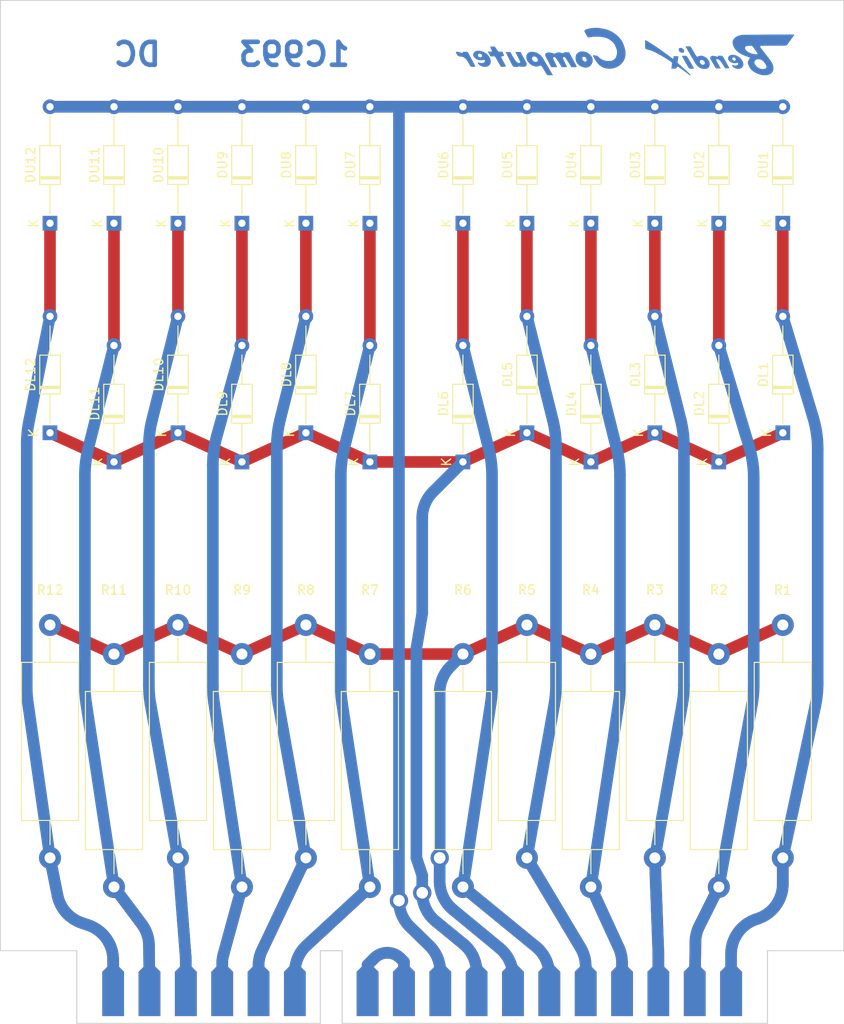
<source format=kicad_pcb>
(kicad_pcb (version 20211014) (generator pcbnew)
  (layers (0 "F.Cu" signal) (31 "B.Cu" signal) (34 "B.Paste" user) (35 "F.Paste" user) (36 "B.SilkS" user "B.Silkscreen") (37 "F.SilkS" user "F.Silkscreen") (38 "B.Mask" user) (39 "F.Mask" user) (44 "Edge.Cuts" user))
  (net 0 "")
  (net 1 "/+100V")
  (net 2 "GND")
  (net 3 "/CL_{1}")
  (net 4 "/CL_{2}")
  (net 5 "/CL_{3}")
  (net 6 "/CL_{4}")
  (net 7 "/CL_{5}")
  (net 8 "/CL_{6}")
  (net 9 "/CL_{7}")
  (net 10 "/CL_{8}")
  (net 11 "/CL_{9}")
  (net 12 "/CL_{10}")
  (net 13 "/CL_{11}")
  (net 14 "/CL_{12}")
  (net 15 "/-20V")
  (net 16 "Net-(J1-Pada10)")
  (net 17 "Net-(J1-Padb10)")
  (footprint "Resistor_THT:R_Axial_DIN0617_L17.0mm_D6.0mm_P25.40mm_Horizontal" (layer "F.Cu") (at 126.365 146.685 90)
    (fp_text reference "R9")
    (fp_text value "39K 1W 5%")
  )
  (footprint "Diode_THT:D_DO-35_SOD27_P12.70mm_Horizontal" (layer "F.Cu") (at 140.335 100.33 90)
    (fp_text reference "DL7")
    (fp_text value "1N4007")
  )
  (footprint "Diode_THT:D_DO-35_SOD27_P12.70mm_Horizontal" (layer "F.Cu") (at 119.38 97.155 90)
    (fp_text reference "DL10")
    (fp_text value "1N4007")
  )
  (footprint "Diode_THT:D_DO-35_SOD27_P12.70mm_Horizontal" (layer "F.Cu") (at 164.465 74.295 90)
    (fp_text reference "DU4")
    (fp_text value "1N4007")
  )
  (footprint "Diode_THT:D_DO-35_SOD27_P12.70mm_Horizontal" (layer "F.Cu") (at 164.465 100.33 90)
    (fp_text reference "DL4")
    (fp_text value "1N4007")
  )
  (footprint "Resistor_THT:R_Axial_DIN0617_L17.0mm_D6.0mm_P25.40mm_Horizontal" (layer "F.Cu") (at 105.41 143.51 90)
    (fp_text reference "R12")
    (fp_text value "39K 1W 5%")
  )
  (footprint "Diode_THT:D_DO-35_SOD27_P12.70mm_Horizontal" (layer "F.Cu") (at 171.45 74.295 90)
    (fp_text reference "DU3")
    (fp_text value "1N4007")
  )
  (footprint "Diode_THT:D_DO-35_SOD27_P12.70mm_Horizontal" (layer "F.Cu") (at 126.365 74.295 90)
    (fp_text reference "DU9")
    (fp_text value "1N4007")
  )
  (footprint "Resistor_THT:R_Axial_DIN0617_L17.0mm_D6.0mm_P25.40mm_Horizontal" (layer "F.Cu") (at 140.335 146.685 90)
    (fp_text reference "R7")
    (fp_text value "39K 1W 5%")
  )
  (footprint "Diode_THT:D_DO-35_SOD27_P12.70mm_Horizontal" (layer "F.Cu") (at 105.41 74.295 90)
    (fp_text reference "DU12")
    (fp_text value "1N4007")
  )
  (footprint "Resistor_THT:R_Axial_DIN0617_L17.0mm_D6.0mm_P25.40mm_Horizontal" (layer "F.Cu") (at 171.45 143.51 90)
    (fp_text reference "R3")
    (fp_text value "39K 1W 5%")
  )
  (footprint "Diode_THT:D_DO-35_SOD27_P12.70mm_Horizontal" (layer "F.Cu") (at 171.45 97.155 90)
    (fp_text reference "DL3")
    (fp_text value "1N4007")
  )
  (footprint "Diode_THT:D_DO-35_SOD27_P12.70mm_Horizontal" (layer "F.Cu") (at 178.435 74.295 90)
    (fp_text reference "DU2")
    (fp_text value "1N4007")
  )
  (footprint "Diode_THT:D_DO-35_SOD27_P12.70mm_Horizontal" (layer "F.Cu") (at 185.42 74.295 90)
    (fp_text reference "DU1")
    (fp_text value "1N4007")
  )
  (footprint "Diode_THT:D_DO-35_SOD27_P12.70mm_Horizontal" (layer "F.Cu") (at 133.35 97.155 90)
    (fp_text reference "DL8")
    (fp_text value "1N4007")
  )
  (footprint "Diode_THT:D_DO-35_SOD27_P12.70mm_Horizontal" (layer "F.Cu") (at 150.495 74.295 90)
    (fp_text reference "DU6")
    (fp_text value "1N4007")
  )
  (footprint "Resistor_THT:R_Axial_DIN0617_L17.0mm_D6.0mm_P25.40mm_Horizontal" (layer "F.Cu") (at 119.38 143.51 90)
    (fp_text reference "R10")
    (fp_text value "39K 1W 5%")
  )
  (footprint "Resistor_THT:R_Axial_DIN0617_L17.0mm_D6.0mm_P25.40mm_Horizontal" (layer "F.Cu") (at 185.42 143.51 90)
    (fp_text reference "R1")
    (fp_text value "39K 1W 5%")
  )
  (footprint "Resistor_THT:R_Axial_DIN0617_L17.0mm_D6.0mm_P25.40mm_Horizontal" (layer "F.Cu") (at 112.395 146.685 90)
    (fp_text reference "R11")
    (fp_text value "39K 1W 5%")
  )
  (footprint "Diode_THT:D_DO-35_SOD27_P12.70mm_Horizontal" (layer "F.Cu") (at 119.38 74.295 90)
    (fp_text reference "DU10")
    (fp_text value "1N4007")
  )
  (footprint "Bendix_G15:Card_Edge_N_Key" (layer "F.Cu") (at 146.0375 153.632)
    (fp_text reference "J1")
    (fp_text value "Conn_02x18_Row_Letter_First")
    (fp_line (start -37.703125 7.9375) (end -37.703125 0) (layer "Edge.Cuts") (width 0.12))
    (fp_line (start -11.1125 7.9375) (end -37.703125 7.9375) (layer "Edge.Cuts") (width 0.12))
    (fp_line (start 37.703125 7.9375) (end -8.73125 7.9375) (layer "Edge.Cuts") (width 0.12))
    (fp_line (start -11.1125 0) (end -11.1125 7.9375) (layer "Edge.Cuts") (width 0.12))
    (fp_line (start 37.703125 0) (end 37.703125 7.9375) (layer "Edge.Cuts") (width 0.12))
    (fp_line (start -8.73125 7.9375) (end -8.73125 0) (layer "Edge.Cuts") (width 0.12))
    (fp_line (start -8.73125 0) (end -11.1125 0) (layer "Edge.Cuts") (width 0.12))
  )
  (footprint "Resistor_THT:R_Axial_DIN0617_L17.0mm_D6.0mm_P25.40mm_Horizontal" (layer "F.Cu") (at 150.495 146.685 90)
    (fp_text reference "R6")
    (fp_text value "39K 1W 5%")
  )
  (footprint "Diode_THT:D_DO-35_SOD27_P12.70mm_Horizontal" (layer "F.Cu") (at 112.395 74.295 90)
    (fp_text reference "DU11")
    (fp_text value "1N4007")
  )
  (footprint "Diode_THT:D_DO-35_SOD27_P12.70mm_Horizontal" (layer "F.Cu") (at 133.35 74.295 90)
    (fp_text reference "DU8")
    (fp_text value "1N4007")
  )
  (footprint "Resistor_THT:R_Axial_DIN0617_L17.0mm_D6.0mm_P25.40mm_Horizontal" (layer "F.Cu") (at 164.465 146.685 90)
    (fp_text reference "R4")
    (fp_text value "39K 1W 5%")
  )
  (footprint "Diode_THT:D_DO-35_SOD27_P12.70mm_Horizontal" (layer "F.Cu") (at 126.365 100.33 90)
    (fp_text reference "DL9")
    (fp_text value "1N4007")
  )
  (footprint "Diode_THT:D_DO-35_SOD27_P12.70mm_Horizontal" (layer "F.Cu") (at 178.435 100.33 90)
    (fp_text reference "DL2")
    (fp_text value "1N4007")
  )
  (footprint "Diode_THT:D_DO-35_SOD27_P12.70mm_Horizontal" (layer "F.Cu") (at 157.48 97.155 90)
    (fp_text reference "DL5")
    (fp_text value "1N4007")
  )
  (footprint "Diode_THT:D_DO-35_SOD27_P12.70mm_Horizontal" (layer "F.Cu") (at 140.335 74.295 90)
    (fp_text reference "DU7")
    (fp_text value "1N4007")
  )
  (footprint "Diode_THT:D_DO-35_SOD27_P12.70mm_Horizontal" (layer "F.Cu") (at 105.41 97.155 90)
    (fp_text reference "DL12")
    (fp_text value "1N4007")
  )
  (footprint "Resistor_THT:R_Axial_DIN0617_L17.0mm_D6.0mm_P25.40mm_Horizontal" (layer "F.Cu") (at 157.48 143.51 90)
    (fp_text reference "R5")
    (fp_text value "39K 1W 5%")
  )
  (footprint "Diode_THT:D_DO-35_SOD27_P12.70mm_Horizontal" (layer "F.Cu") (at 185.42 97.155 90)
    (fp_text reference "DL1")
    (fp_text value "1N4007")
  )
  (footprint "Resistor_THT:R_Axial_DIN0617_L17.0mm_D6.0mm_P25.40mm_Horizontal" (layer "F.Cu") (at 133.35 143.51 90)
    (fp_text reference "R8")
    (fp_text value "39K 1W 5%")
  )
  (footprint "Diode_THT:D_DO-35_SOD27_P12.70mm_Horizontal" (layer "F.Cu") (at 112.395 100.33 90)
    (fp_text reference "DL11")
    (fp_text value "1N4007")
  )
  (footprint "Diode_THT:D_DO-35_SOD27_P12.70mm_Horizontal" (layer "F.Cu") (at 150.495 100.33 90)
    (fp_text reference "DL6")
    (fp_text value "1N4007")
  )
  (footprint "Diode_THT:D_DO-35_SOD27_P12.70mm_Horizontal" (layer "F.Cu") (at 157.48 74.295 90)
    (fp_text reference "DU5")
    (fp_text value "1N4007")
  )
  (footprint "Resistor_THT:R_Axial_DIN0617_L17.0mm_D6.0mm_P25.40mm_Horizontal" (layer "F.Cu") (at 178.435 146.685 90)
    (fp_text reference "R2")
    (fp_text value "39K 1W 5%")
  )
  (footprint "LOGO" (layer "B.Cu") (at 178.435 55.88 180)
    (fp_text reference "G***" hide)
    (fp_text value "LOGO" hide)
  )
  (footprint "LOGO" (layer "B.Cu") (at 158.75 55.245 180)
    (fp_text reference "G***" hide)
    (fp_text value "LOGO" hide)
  )
  (gr_line (start 100 50) (end 192.075 50) (layer "Edge.Cuts") (width 0.1))
  (gr_line (start 192.075 50) (end 192.075 153.632) (layer "Edge.Cuts") (width 0.1))
  (gr_line (start 108.334375 153.632) (end 100 153.632) (layer "Edge.Cuts") (width 0.1))
  (gr_line (start 100 50) (end 100 153.632) (layer "Edge.Cuts") (width 0.1))
  (gr_line (start 183.740625 153.632) (end 192.075 153.632) (layer "Edge.Cuts") (width 0.1))
  (gr_text "DC" (at 114.935 55.88) (layer "B.Cu") (effects (font (size 2.5 2.5) (thickness 0.5)) (justify mirror)))
  (gr_text "1C993" (at 132.08 55.88) (layer "B.Cu") (effects (font (size 2.5 2.5) (thickness 0.5)) (justify mirror)))
  (segment (start 164.465 121.285) (end 171.45 118.11) (width 1.27) (layer "F.Cu") (net 1))
  (segment (start 126.365 121.285) (end 133.35 118.11) (width 1.27) (layer "F.Cu") (net 1))
  (segment (start 155.959375 157.997625) (end 155.959375 156.441724) (width 1.27) (layer "F.Cu") (net 1))
  (segment (start 133.35 118.11) (end 140.335 121.285) (width 1.27) (layer "F.Cu") (net 1))
  (segment (start 140.335 121.285) (end 150.495 121.285) (width 1.27) (layer "F.Cu") (net 1))
  (segment (start 171.45 118.11) (end 178.435 121.285) (width 1.27) (layer "F.Cu") (net 1))
  (segment (start 150.495 121.285) (end 157.48 118.11) (width 1.27) (layer "F.Cu") (net 1))
  (segment (start 147.955 146.068901) (end 147.955 143.51) (width 1.27) (layer "F.Cu") (net 1))
  (segment (start 105.41 118.11) (end 112.395 121.285) (width 1.27) (layer "F.Cu") (net 1))
  (segment (start 154.504222 153.355666) (end 149.410153 149.154959) (width 1.27) (layer "F.Cu") (net 1))
  (segment (start 178.435 121.285) (end 185.42 118.11) (width 1.27) (layer "F.Cu") (net 1))
  (segment (start 119.38 118.11) (end 126.365 121.285) (width 1.27) (layer "F.Cu") (net 1))
  (segment (start 112.395 121.285) (end 119.38 118.11) (width 1.27) (layer "F.Cu") (net 1))
  (segment (start 157.48 118.11) (end 164.465 121.285) (width 1.27) (layer "F.Cu") (net 1))
  (via (at 147.955 143.51) (size 2) (drill 1.27) (layers "F.Cu" "B.Cu") (net 1))
  (arc (start 154.504222 153.355666) (mid 155.577343 154.735762) (end 155.959375 156.441724) (width 1.27) (layer "F.Cu") (net 1))
  (arc (start 149.410153 149.154959) (mid 148.337032 147.774863) (end 147.955 146.068901) (width 1.27) (layer "F.Cu") (net 1))
  (segment (start 155.959375 157.997625) (end 155.959375 156.441724) (width 1.27) (layer "B.Cu") (net 1))
  (segment (start 147.955 146.068901) (end 147.955 143.51) (width 1.27) (layer "B.Cu") (net 1))
  (segment (start 154.504222 153.355666) (end 149.410153 149.154959) (width 1.27) (layer "B.Cu") (net 1))
  (segment (start 149.126573 122.653427) (end 150.495 121.285) (width 1.27) (layer "B.Cu") (net 1))
  (segment (start 147.955 143.51) (end 147.955 125.481854) (width 1.27) (layer "B.Cu") (net 1))
  (arc (start 154.504222 153.355666) (mid 155.577343 154.735762) (end 155.959375 156.441724) (width 1.27) (layer "B.Cu") (net 1))
  (arc (start 149.410153 149.154959) (mid 148.337032 147.774863) (end 147.955 146.068901) (width 1.27) (layer "B.Cu") (net 1))
  (arc (start 147.955 125.481854) (mid 148.259482 123.95112) (end 149.126573 122.653427) (width 1.27) (layer "B.Cu") (net 1))
  (segment (start 164.465 100.33) (end 171.45 97.155) (width 1.27) (layer "F.Cu") (net 2))
  (segment (start 126.365 100.33) (end 133.35 97.155) (width 1.27) (layer "F.Cu") (net 2))
  (segment (start 157.48 97.155) (end 164.465 100.33) (width 1.27) (layer "F.Cu") (net 2))
  (segment (start 133.35 97.155) (end 140.335 100.33) (width 1.27) (layer "F.Cu") (net 2))
  (segment (start 171.45 97.155) (end 178.435 100.33) (width 1.27) (layer "F.Cu") (net 2))
  (segment (start 146.05 147.32) (end 146.05 147.327967) (width 1.27) (layer "F.Cu") (net 2))
  (segment (start 112.395 100.33) (end 119.38 97.155) (width 1.27) (layer "F.Cu") (net 2))
  (segment (start 178.435 100.33) (end 185.42 97.155) (width 1.27) (layer "F.Cu") (net 2))
  (segment (start 150.495 100.33) (end 157.48 97.155) (width 1.27) (layer "F.Cu") (net 2))
  (segment (start 147.518966 150.425364) (end 150.521659 152.879011) (width 1.27) (layer "F.Cu") (net 2))
  (segment (start 119.38 97.155) (end 126.365 100.33) (width 1.27) (layer "F.Cu") (net 2))
  (segment (start 105.41 97.155) (end 112.395 100.33) (width 1.27) (layer "F.Cu") (net 2))
  (segment (start 140.335 100.33) (end 150.495 100.33) (width 1.27) (layer "F.Cu") (net 2))
  (segment (start 151.990625 155.976408) (end 151.990625 157.997625) (width 1.27) (layer "F.Cu") (net 2))
  (via (at 146.05 147.32) (size 2) (drill 1.27) (layers "F.Cu" "B.Cu") (net 2))
  (arc (start 150.521659 152.879011) (mid 151.604773 154.262368) (end 151.990625 155.976408) (width 1.27) (layer "F.Cu") (net 2))
  (arc (start 146.05 147.327967) (mid 146.435852 149.042007) (end 147.518966 150.425364) (width 1.27) (layer "F.Cu") (net 2))
  (segment (start 145.415 143.51) (end 145.415 120.65) (width 1.27) (layer "B.Cu") (net 2))
  (segment (start 151.990625 155.976408) (end 151.990625 157.997625) (width 1.27) (layer "B.Cu") (net 2))
  (segment (start 146.05 145.415) (end 145.415 143.51) (width 1.27) (layer "B.Cu") (net 2))
  (segment (start 145.415 120.65) (end 146.05 116.84) (width 1.27) (layer "B.Cu") (net 2))
  (segment (start 147.518966 150.425364) (end 150.521659 152.879011) (width 1.27) (layer "B.Cu") (net 2))
  (segment (start 146.05 116.84) (end 146.05 106.431854) (width 1.27) (layer "B.Cu") (net 2))
  (segment (start 146.05 147.32) (end 146.05 145.415) (width 1.27) (layer "B.Cu") (net 2))
  (segment (start 147.221573 103.603427) (end 150.495 100.33) (width 1.27) (layer "B.Cu") (net 2))
  (segment (start 146.05 147.32) (end 146.05 147.327967) (width 1.27) (layer "B.Cu") (net 2))
  (arc (start 146.05 106.431854) (mid 146.354482 104.90112) (end 147.221573 103.603427) (width 1.27) (layer "B.Cu") (net 2))
  (arc (start 146.05 147.327967) (mid 146.435852 149.042007) (end 147.518966 150.425364) (width 1.27) (layer "B.Cu") (net 2))
  (arc (start 150.521659 152.879011) (mid 151.604773 154.262368) (end 151.990625 155.976408) (width 1.27) (layer "B.Cu") (net 2))
  (segment (start 179.771875 157.997625) (end 179.771875 154.002269) (width 1.27) (layer "F.Cu") (net 3))
  (segment (start 185.42 146.352731) (end 185.42 143.51) (width 1.27) (layer "F.Cu") (net 3))
  (segment (start 182.493509 150.212047) (end 182.698366 150.142953) (width 1.27) (layer "F.Cu") (net 3))
  (segment (start 185.42 84.455) (end 185.42 74.295) (width 1.27) (layer "F.Cu") (net 3))
  (arc (start 179.771875 154.002269) (mid 180.522763 151.669188) (end 182.493509 150.212047) (width 1.27) (layer "F.Cu") (net 3))
  (arc (start 185.42 146.352731) (mid 184.669112 148.685812) (end 182.698366 150.142953) (width 1.27) (layer "F.Cu") (net 3))
  (segment (start 179.771875 157.997625) (end 179.771875 154.002269) (width 1.27) (layer "B.Cu") (net 3))
  (segment (start 189.23 124.458716) (end 189.23 98.916226) (width 1.27) (layer "B.Cu") (net 3))
  (segment (start 185.42 143.51) (end 188.963629 126.973065) (width 1.27) (layer "B.Cu") (net 3))
  (segment (start 188.723915 95.468051) (end 185.42 84.455) (width 1.27) (layer "B.Cu") (net 3))
  (segment (start 182.493509 150.212047) (end 182.698366 150.142953) (width 1.27) (layer "B.Cu") (net 3))
  (segment (start 185.42 146.352731) (end 185.42 143.51) (width 1.27) (layer "B.Cu") (net 3))
  (arc (start 189.23 98.916226) (mid 189.102805 97.173668) (end 188.723915 95.468051) (width 1.27) (layer "B.Cu") (net 3))
  (arc (start 179.771875 154.002269) (mid 180.522763 151.669188) (end 182.493509 150.212047) (width 1.27) (layer "B.Cu") (net 3))
  (arc (start 185.42 146.352731) (mid 184.669112 148.685812) (end 182.698366 150.142953) (width 1.27) (layer "B.Cu") (net 3))
  (arc (start 189.23 124.458716) (mid 189.163221 125.722926) (end 188.963629 126.973065) (width 1.27) (layer "B.Cu") (net 3))
  (segment (start 175.803125 157.997625) (end 175.88154 152.678103) (width 1.27) (layer "F.Cu") (net 4))
  (segment (start 176.303397 150.948207) (end 178.435 146.685) (width 1.27) (layer "F.Cu") (net 4))
  (segment (start 178.435 74.295) (end 178.435 87.63) (width 1.27) (layer "F.Cu") (net 4))
  (arc (start 175.88154 152.678103) (mid 175.994988 151.789383) (end 176.303397 150.948207) (width 1.27) (layer "F.Cu") (net 4))
  (segment (start 176.303397 150.948207) (end 178.435 146.685) (width 1.27) (layer "B.Cu") (net 4))
  (segment (start 175.803125 157.997625) (end 175.88154 152.678103) (width 1.27) (layer "B.Cu") (net 4))
  (segment (start 178.435 146.685) (end 182.051439 126.794586) (width 1.27) (layer "B.Cu") (net 4))
  (segment (start 182.245 124.647961) (end 182.245 102.091226) (width 1.27) (layer "B.Cu") (net 4))
  (segment (start 181.738915 98.643051) (end 178.435 87.63) (width 1.27) (layer "B.Cu") (net 4))
  (arc (start 182.245 124.647961) (mid 182.196512 125.725628) (end 182.051439 126.794586) (width 1.27) (layer "B.Cu") (net 4))
  (arc (start 175.88154 152.678103) (mid 175.994988 151.789383) (end 176.303397 150.948207) (width 1.27) (layer "B.Cu") (net 4))
  (arc (start 181.738915 98.643051) (mid 182.117804 100.348668) (end 182.245 102.091226) (width 1.27) (layer "B.Cu") (net 4))
  (segment (start 171.45 74.295) (end 171.45 84.455) (width 1.27) (layer "F.Cu") (net 5))
  (segment (start 171.831651 153.846858) (end 171.45 143.51) (width 1.27) (layer "F.Cu") (net 5))
  (segment (start 171.834375 157.997625) (end 171.834375 153.994443) (width 1.27) (layer "F.Cu") (net 5))
  (segment (start 171.834375 157.997625) (end 171.834375 153.994443) (width 1.27) (layer "B.Cu") (net 5))
  (segment (start 174.26671 95.72184) (end 171.45 84.455) (width 1.27) (layer "B.Cu") (net 5))
  (segment (start 171.45 143.51) (end 174.438131 126.776467) (width 1.27) (layer "B.Cu") (net 5))
  (segment (start 174.625 124.666979) (end 174.625 98.632268) (width 1.27) (layer "B.Cu") (net 5))
  (segment (start 171.831651 153.846858) (end 171.45 143.51) (width 1.27) (layer "B.Cu") (net 5))
  (arc (start 171.831651 153.846858) (mid 171.833694 153.920638) (end 171.834375 153.994443) (width 1.27) (layer "B.Cu") (net 5))
  (arc (start 174.26671 95.72184) (mid 174.535091 97.166069) (end 174.625 98.632268) (width 1.27) (layer "B.Cu") (net 5))
  (arc (start 174.438131 126.776467) (mid 174.578192 125.725853) (end 174.625 124.666979) (width 1.27) (layer "B.Cu") (net 5))
  (segment (start 167.865625 157.997625) (end 167.865625 154.955078) (width 1.27) (layer "F.Cu") (net 6))
  (segment (start 167.499734 153.283775) (end 164.465 146.685) (width 1.27) (layer "F.Cu") (net 6))
  (segment (start 164.465 87.63) (end 164.465 74.295) (width 1.27) (layer "F.Cu") (net 6))
  (arc (start 167.499734 153.283775) (mid 167.773082 154.099635) (end 167.865625 154.955078) (width 1.27) (layer "F.Cu") (net 6))
  (segment (start 167.64 124.826068) (end 167.64 101.807268) (width 1.27) (layer "B.Cu") (net 6))
  (segment (start 167.499734 153.283775) (end 164.465 146.685) (width 1.27) (layer "B.Cu") (net 6))
  (segment (start 164.465 146.685) (end 167.504586 126.623733) (width 1.27) (layer "B.Cu") (net 6))
  (segment (start 167.865625 157.997625) (end 167.865625 154.955078) (width 1.27) (layer "B.Cu") (net 6))
  (segment (start 167.28171 98.89684) (end 164.465 87.63) (width 1.27) (layer "B.Cu") (net 6))
  (arc (start 167.64 124.826068) (mid 167.606099 125.727447) (end 167.504586 126.623733) (width 1.27) (layer "B.Cu") (net 6))
  (arc (start 167.64 101.807268) (mid 167.550091 100.341069) (end 167.28171 98.89684) (width 1.27) (layer "B.Cu") (net 6))
  (arc (start 167.499734 153.283775) (mid 167.773082 154.099635) (end 167.865625 154.955078) (width 1.27) (layer "B.Cu") (net 6))
  (segment (start 163.329667 153.289832) (end 157.48 143.51) (width 1.27) (layer "F.Cu") (net 7))
  (segment (start 163.896875 157.997625) (end 163.896875 155.343107) (width 1.27) (layer "F.Cu") (net 7))
  (segment (start 157.48 74.295) (end 157.48 84.455) (width 1.27) (layer "F.Cu") (net 7))
  (arc (start 163.329667 153.289832) (mid 163.752466 154.278017) (end 163.896875 155.343107) (width 1.27) (layer "F.Cu") (net 7))
  (segment (start 163.329667 153.289832) (end 157.48 143.51) (width 1.27) (layer "B.Cu") (net 7))
  (segment (start 160.29671 95.72184) (end 157.48 84.455) (width 1.27) (layer "B.Cu") (net 7))
  (segment (start 157.48 143.51) (end 160.468131 126.776467) (width 1.27) (layer "B.Cu") (net 7))
  (segment (start 160.655 124.666979) (end 160.655 98.632268) (width 1.27) (layer "B.Cu") (net 7))
  (segment (start 163.896875 157.997625) (end 163.896875 155.343107) (width 1.27) (layer "B.Cu") (net 7))
  (arc (start 160.29671 95.72184) (mid 160.565091 97.166069) (end 160.655 98.632268) (width 1.27) (layer "B.Cu") (net 7))
  (arc (start 163.329667 153.289832) (mid 163.752466 154.278017) (end 163.896875 155.343107) (width 1.27) (layer "B.Cu") (net 7))
  (arc (start 160.468131 126.776467) (mid 160.608192 125.725853) (end 160.655 124.666979) (width 1.27) (layer "B.Cu") (net 7))
  (segment (start 150.495 87.63) (end 150.495 74.295) (width 1.27) (layer "F.Cu") (net 8))
  (segment (start 158.459869 153.19653) (end 150.495 146.685) (width 1.27) (layer "F.Cu") (net 8))
  (segment (start 159.928125 157.997625) (end 159.928125 156.293346) (width 1.27) (layer "F.Cu") (net 8))
  (arc (start 159.928125 156.293346) (mid 159.54247 154.579721) (end 158.459869 153.19653) (width 1.27) (layer "F.Cu") (net 8))
  (segment (start 158.459869 153.19653) (end 150.495 146.685) (width 1.27) (layer "B.Cu") (net 8))
  (segment (start 153.31171 98.89684) (end 150.495 87.63) (width 1.27) (layer "B.Cu") (net 8))
  (segment (start 159.928125 157.997625) (end 159.928125 156.293346) (width 1.27) (layer "B.Cu") (net 8))
  (segment (start 153.67 124.826068) (end 153.67 101.807268) (width 1.27) (layer "B.Cu") (net 8))
  (segment (start 150.495 146.685) (end 153.534586 126.623733) (width 1.27) (layer "B.Cu") (net 8))
  (arc (start 153.67 101.807268) (mid 153.580091 100.341069) (end 153.31171 98.89684) (width 1.27) (layer "B.Cu") (net 8))
  (arc (start 153.67 124.826068) (mid 153.636099 125.727447) (end 153.534586 126.623733) (width 1.27) (layer "B.Cu") (net 8))
  (arc (start 159.928125 156.293346) (mid 159.54247 154.579721) (end 158.459869 153.19653) (width 1.27) (layer "B.Cu") (net 8))
  (segment (start 140.335 74.295) (end 140.335 87.63) (width 1.27) (layer "F.Cu") (net 9))
  (segment (start 133.434752 153.050125) (end 140.335 146.685) (width 1.27) (layer "F.Cu") (net 9))
  (segment (start 132.146875 157.997625) (end 132.146875 155.990259) (width 1.27) (layer "F.Cu") (net 9))
  (arc (start 132.146875 155.990259) (mid 132.482964 154.385343) (end 133.434752 153.050125) (width 1.27) (layer "F.Cu") (net 9))
  (segment (start 133.434752 153.050125) (end 140.335 146.685) (width 1.27) (layer "B.Cu") (net 9))
  (segment (start 140.335 146.685) (end 137.295414 126.623733) (width 1.27) (layer "B.Cu") (net 9))
  (segment (start 137.16 124.826068) (end 137.16 101.807268) (width 1.27) (layer "B.Cu") (net 9))
  (segment (start 132.146875 157.997625) (end 132.146875 155.990259) (width 1.27) (layer "B.Cu") (net 9))
  (segment (start 137.51829 98.89684) (end 140.335 87.63) (width 1.27) (layer "B.Cu") (net 9))
  (arc (start 132.146875 155.990259) (mid 132.482964 154.385343) (end 133.434752 153.050125) (width 1.27) (layer "B.Cu") (net 9))
  (arc (start 137.16 101.807268) (mid 137.249909 100.341069) (end 137.51829 98.89684) (width 1.27) (layer "B.Cu") (net 9))
  (arc (start 137.16 124.826068) (mid 137.193901 125.727447) (end 137.295414 126.623733) (width 1.27) (layer "B.Cu") (net 9))
  (segment (start 128.565093 153.582301) (end 133.35 143.51) (width 1.27) (layer "F.Cu") (net 10))
  (segment (start 133.35 84.455) (end 133.35 74.295) (width 1.27) (layer "F.Cu") (net 10))
  (segment (start 128.178125 157.997625) (end 128.178125 155.298693) (width 1.27) (layer "F.Cu") (net 10))
  (arc (start 128.178125 155.298693) (mid 128.276066 154.418956) (end 128.565093 153.582301) (width 1.27) (layer "F.Cu") (net 10))
  (segment (start 128.178125 157.997625) (end 128.178125 155.298693) (width 1.27) (layer "B.Cu") (net 10))
  (segment (start 130.53329 95.72184) (end 133.35 84.455) (width 1.27) (layer "B.Cu") (net 10))
  (segment (start 128.565093 153.582301) (end 133.35 143.51) (width 1.27) (layer "B.Cu") (net 10))
  (segment (start 133.35 143.51) (end 130.361869 126.776467) (width 1.27) (layer "B.Cu") (net 10))
  (segment (start 130.175 124.666979) (end 130.175 98.632268) (width 1.27) (layer "B.Cu") (net 10))
  (arc (start 128.178125 155.298693) (mid 128.276066 154.418956) (end 128.565093 153.582301) (width 1.27) (layer "B.Cu") (net 10))
  (arc (start 130.53329 95.72184) (mid 130.264909 97.166069) (end 130.175 98.632268) (width 1.27) (layer "B.Cu") (net 10))
  (arc (start 130.361869 126.776467) (mid 130.221808 125.725853) (end 130.175 124.666979) (width 1.27) (layer "B.Cu") (net 10))
  (segment (start 124.209375 157.997625) (end 124.209375 155.093486) (width 1.27) (layer "F.Cu") (net 11))
  (segment (start 126.365 74.295) (end 126.365 87.63) (width 1.27) (layer "F.Cu") (net 11))
  (segment (start 124.351453 154.036869) (end 126.365 146.685) (width 1.27) (layer "F.Cu") (net 11))
  (arc (start 124.351453 154.036869) (mid 124.245053 154.560423) (end 124.209375 155.093486) (width 1.27) (layer "F.Cu") (net 11))
  (segment (start 124.209375 157.997625) (end 124.209375 155.093486) (width 1.27) (layer "B.Cu") (net 11))
  (segment (start 123.627785 97.483974) (end 126.365 87.63) (width 1.27) (layer "B.Cu") (net 11))
  (segment (start 124.351453 154.036869) (end 126.365 146.685) (width 1.27) (layer "B.Cu") (net 11))
  (segment (start 126.365 146.685) (end 123.325414 126.623733) (width 1.27) (layer "B.Cu") (net 11))
  (segment (start 123.19 124.826068) (end 123.19 100.6957) (width 1.27) (layer "B.Cu") (net 11))
  (arc (start 124.351453 154.036869) (mid 124.245053 154.560423) (end 124.209375 155.093486) (width 1.27) (layer "B.Cu") (net 11))
  (arc (start 123.19 100.6957) (mid 123.29995 99.074987) (end 123.627785 97.483974) (width 1.27) (layer "B.Cu") (net 11))
  (arc (start 123.19 124.826068) (mid 123.223901 125.727447) (end 123.325414 126.623733) (width 1.27) (layer "B.Cu") (net 11))
  (segment (start 120.228484 154.375151) (end 119.38 143.51) (width 1.27) (layer "F.Cu") (net 12))
  (segment (start 120.240625 157.997625) (end 120.240625 154.686572) (width 1.27) (layer "F.Cu") (net 12))
  (segment (start 119.38 74.295) (end 119.38 84.455) (width 1.27) (layer "F.Cu") (net 12))
  (arc (start 120.228484 154.375151) (mid 120.237589 154.530743) (end 120.240625 154.686572) (width 1.27) (layer "F.Cu") (net 12))
  (segment (start 119.38 143.51) (end 116.391869 126.776467) (width 1.27) (layer "B.Cu") (net 12))
  (segment (start 116.205 124.666979) (end 116.205 98.632268) (width 1.27) (layer "B.Cu") (net 12))
  (segment (start 116.56329 95.72184) (end 119.38 84.455) (width 1.27) (layer "B.Cu") (net 12))
  (segment (start 120.240625 157.997625) (end 120.240625 154.686572) (width 1.27) (layer "B.Cu") (net 12))
  (segment (start 120.228484 154.375151) (end 119.38 143.51) (width 1.27) (layer "B.Cu") (net 12))
  (arc (start 116.391869 126.776467) (mid 116.251808 125.725853) (end 116.205 124.666979) (width 1.27) (layer "B.Cu") (net 12))
  (arc (start 116.205 98.632268) (mid 116.294909 97.166069) (end 116.56329 95.72184) (width 1.27) (layer "B.Cu") (net 12))
  (arc (start 120.228484 154.375151) (mid 120.237589 154.530743) (end 120.240625 154.686572) (width 1.27) (layer "B.Cu") (net 12))
  (segment (start 112.395 87.63) (end 112.395 74.295) (width 1.27) (layer "F.Cu") (net 13))
  (segment (start 116.271875 157.997625) (end 116.21905 153.074457) (width 1.27) (layer "F.Cu") (net 13))
  (segment (start 115.41928 150.717374) (end 112.395 146.685) (width 1.27) (layer "F.Cu") (net 13))
  (arc (start 115.41928 150.717374) (mid 116.007173 151.832124) (end 116.21905 153.074457) (width 1.27) (layer "F.Cu") (net 13))
  (segment (start 109.22 124.826068) (end 109.22 101.807268) (width 1.27) (layer "B.Cu") (net 13))
  (segment (start 115.41928 150.717374) (end 112.395 146.685) (width 1.27) (layer "B.Cu") (net 13))
  (segment (start 116.271875 157.997625) (end 116.21905 153.074457) (width 1.27) (layer "B.Cu") (net 13))
  (segment (start 112.395 146.685) (end 109.355414 126.623733) (width 1.27) (layer "B.Cu") (net 13))
  (segment (start 109.57829 98.89684) (end 112.395 87.63) (width 1.27) (layer "B.Cu") (net 13))
  (arc (start 109.355414 126.623733) (mid 109.253901 125.727447) (end 109.22 124.826068) (width 1.27) (layer "B.Cu") (net 13))
  (arc (start 109.22 101.807268) (mid 109.309909 100.341069) (end 109.57829 98.89684) (width 1.27) (layer "B.Cu") (net 13))
  (arc (start 115.41928 150.717374) (mid 116.007173 151.832124) (end 116.21905 153.074457) (width 1.27) (layer "B.Cu") (net 13))
  (segment (start 105.41 74.295) (end 105.41 84.455) (width 1.27) (layer "F.Cu") (net 14))
  (segment (start 106.22732 147.596599) (end 105.41 143.51) (width 1.27) (layer "F.Cu") (net 14))
  (segment (start 112.303125 157.997625) (end 112.303125 154.633191) (width 1.27) (layer "F.Cu") (net 14))
  (segment (start 109.586591 150.844694) (end 108.866177 150.600632) (width 1.27) (layer "F.Cu") (net 14))
  (arc (start 112.303125 154.633191) (mid 111.553807 152.302297) (end 109.586591 150.844694) (width 1.27) (layer "F.Cu") (net 14))
  (arc (start 106.22732 147.596599) (mid 107.144462 149.451999) (end 108.866177 150.600632) (width 1.27) (layer "F.Cu") (net 14))
  (segment (start 106.22732 147.596599) (end 105.41 143.51) (width 1.27) (layer "B.Cu") (net 14))
  (segment (start 102.87 124.877186) (end 102.87 98.343234) (width 1.27) (layer "B.Cu") (net 14))
  (segment (start 103.103032 95.98984) (end 105.41 84.455) (width 1.27) (layer "B.Cu") (net 14))
  (segment (start 105.41 143.51) (end 102.990606 126.574242) (width 1.27) (layer "B.Cu") (net 14))
  (segment (start 109.586591 150.844694) (end 108.866177 150.600632) (width 1.27) (layer "B.Cu") (net 14))
  (segment (start 112.303125 157.997625) (end 112.303125 154.633191) (width 1.27) (layer "B.Cu") (net 14))
  (arc (start 102.990606 126.574242) (mid 102.900189 125.727854) (end 102.87 124.877186) (width 1.27) (layer "B.Cu") (net 14))
  (arc (start 112.303125 154.633191) (mid 111.553807 152.302297) (end 109.586591 150.844694) (width 1.27) (layer "B.Cu") (net 14))
  (arc (start 106.22732 147.596599) (mid 107.144462 149.451999) (end 108.866177 150.600632) (width 1.27) (layer "B.Cu") (net 14))
  (arc (start 102.87 98.343234) (mid 102.9284 97.160782) (end 103.103032 95.98984) (width 1.27) (layer "B.Cu") (net 14))
  (segment (start 105.41 61.595) (end 185.42 61.595) (width 1.27) (layer "F.Cu") (net 15))
  (segment (start 148.021875 157.997625) (end 148.021875 155.93034) (width 1.27) (layer "F.Cu") (net 15))
  (segment (start 146.807433 153.059684) (end 144.724442 151.038441) (width 1.27) (layer "F.Cu") (net 15))
  (via (at 143.51 148.167785) (size 2) (drill 1.27) (layers "F.Cu" "B.Cu") (net 15))
  (arc (start 144.724442 151.038441) (mid 143.826101 149.726273) (end 143.51 148.167785) (width 1.27) (layer "F.Cu") (net 15))
  (arc (start 148.021875 155.93034) (mid 147.705775 154.371852) (end 146.807433 153.059684) (width 1.27) (layer "F.Cu") (net 15))
  (segment (start 112.395 61.595) (end 119.38 61.595) (width 1.27) (layer "B.Cu") (net 15))
  (segment (start 178.435 61.595) (end 185.42 61.595) (width 1.27) (layer "B.Cu") (net 15))
  (segment (start 105.41 61.595) (end 112.395 61.595) (width 1.27) (layer "B.Cu") (net 15))
  (segment (start 148.021875 157.997625) (end 148.021875 155.93034) (width 1.27) (layer "B.Cu") (net 15))
  (segment (start 150.495 61.595) (end 157.48 61.595) (width 1.27) (layer "B.Cu") (net 15))
  (segment (start 143.51 148.167785) (end 143.51 61.595) (width 1.27) (layer "B.Cu") (net 15))
  (segment (start 126.365 61.595) (end 133.35 61.595) (width 1.27) (layer "B.Cu") (net 15))
  (segment (start 171.45 61.595) (end 178.435 61.595) (width 1.27) (layer "B.Cu") (net 15))
  (segment (start 164.465 61.595) (end 171.45 61.595) (width 1.27) (layer "B.Cu") (net 15))
  (segment (start 146.807433 153.059684) (end 144.724442 151.038441) (width 1.27) (layer "B.Cu") (net 15))
  (segment (start 133.35 61.595) (end 140.335 61.595) (width 1.27) (layer "B.Cu") (net 15))
  (segment (start 157.48 61.595) (end 164.465 61.595) (width 1.27) (layer "B.Cu") (net 15))
  (segment (start 119.38 61.595) (end 126.365 61.595) (width 1.27) (layer "B.Cu") (net 15))
  (segment (start 140.335 61.595) (end 150.495 61.595) (width 1.27) (layer "B.Cu") (net 15))
  (arc (start 148.021875 155.93034) (mid 147.705775 154.371852) (end 146.807433 153.059684) (width 1.27) (layer "B.Cu") (net 15))
  (arc (start 144.724442 151.038441) (mid 143.826101 149.726273) (end 143.51 148.167785) (width 1.27) (layer "B.Cu") (net 15))
  (segment (start 140.084375 157.997625) (end 140.084375 155.190625) (width 1.27) (layer "B.Cu") (net 16))
  (segment (start 144.053125 154.848125) (end 144.053125 157.997625) (width 1.27) (layer "B.Cu") (net 16))
  (segment (start 140.084375 155.190625) (end 140.825787 154.449213) (width 1.27) (layer "B.Cu") (net 16))
  (segment (start 143.654214 154.449214) (end 144.053125 154.848125) (width 1.27) (layer "B.Cu") (net 16))
  (arc (start 140.825787 154.449213) (mid 142.240001 153.863427) (end 143.654214 154.449214) (width 1.27) (layer "B.Cu") (net 16))
  (segment (start 144.053125 154.848125) (end 143.654213 154.449213) (width 1.27) (layer "F.Cu") (net 17))
  (segment (start 140.084375 155.190625) (end 140.084375 157.997625) (width 1.27) (layer "F.Cu") (net 17))
  (segment (start 140.825786 154.449214) (end 140.084375 155.190625) (width 1.27) (layer "F.Cu") (net 17))
  (segment (start 144.053125 157.997625) (end 144.053125 154.848125) (width 1.27) (layer "F.Cu") (net 17))
  (arc (start 143.654213 154.449213) (mid 142.239999 153.863427) (end 140.825786 154.449214) (width 1.27) (layer "F.Cu") (net 17))
)
</source>
